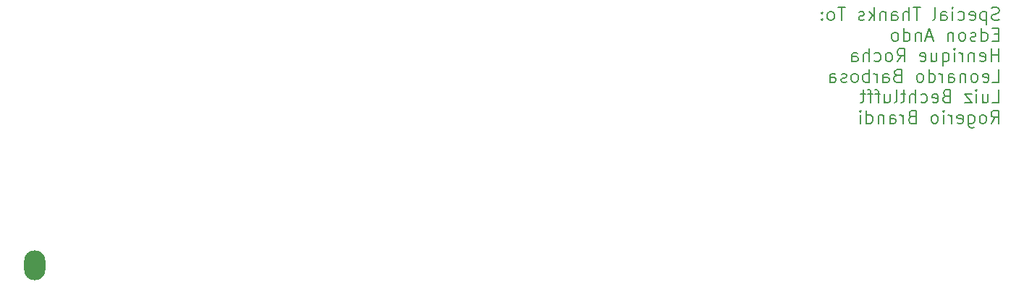
<source format=gbo>
%TF.GenerationSoftware,KiCad,Pcbnew,8.0.1*%
%TF.CreationDate,2024-03-27T19:35:34-03:00*%
%TF.ProjectId,ampsight,616d7073-6967-4687-942e-6b696361645f,rev?*%
%TF.SameCoordinates,Original*%
%TF.FileFunction,Legend,Bot*%
%TF.FilePolarity,Positive*%
%FSLAX46Y46*%
G04 Gerber Fmt 4.6, Leading zero omitted, Abs format (unit mm)*
G04 Created by KiCad (PCBNEW 8.0.1) date 2024-03-27 19:35:34*
%MOMM*%
%LPD*%
G01*
G04 APERTURE LIST*
%ADD10C,0.200000*%
%ADD11O,2.500000X3.500000*%
G04 APERTURE END LIST*
D10*
X207082707Y-67660020D02*
X206868422Y-67731448D01*
X206868422Y-67731448D02*
X206511279Y-67731448D01*
X206511279Y-67731448D02*
X206368422Y-67660020D01*
X206368422Y-67660020D02*
X206296993Y-67588591D01*
X206296993Y-67588591D02*
X206225564Y-67445734D01*
X206225564Y-67445734D02*
X206225564Y-67302877D01*
X206225564Y-67302877D02*
X206296993Y-67160020D01*
X206296993Y-67160020D02*
X206368422Y-67088591D01*
X206368422Y-67088591D02*
X206511279Y-67017162D01*
X206511279Y-67017162D02*
X206796993Y-66945734D01*
X206796993Y-66945734D02*
X206939850Y-66874305D01*
X206939850Y-66874305D02*
X207011279Y-66802877D01*
X207011279Y-66802877D02*
X207082707Y-66660020D01*
X207082707Y-66660020D02*
X207082707Y-66517162D01*
X207082707Y-66517162D02*
X207011279Y-66374305D01*
X207011279Y-66374305D02*
X206939850Y-66302877D01*
X206939850Y-66302877D02*
X206796993Y-66231448D01*
X206796993Y-66231448D02*
X206439850Y-66231448D01*
X206439850Y-66231448D02*
X206225564Y-66302877D01*
X205582708Y-66731448D02*
X205582708Y-68231448D01*
X205582708Y-66802877D02*
X205439851Y-66731448D01*
X205439851Y-66731448D02*
X205154136Y-66731448D01*
X205154136Y-66731448D02*
X205011279Y-66802877D01*
X205011279Y-66802877D02*
X204939851Y-66874305D01*
X204939851Y-66874305D02*
X204868422Y-67017162D01*
X204868422Y-67017162D02*
X204868422Y-67445734D01*
X204868422Y-67445734D02*
X204939851Y-67588591D01*
X204939851Y-67588591D02*
X205011279Y-67660020D01*
X205011279Y-67660020D02*
X205154136Y-67731448D01*
X205154136Y-67731448D02*
X205439851Y-67731448D01*
X205439851Y-67731448D02*
X205582708Y-67660020D01*
X203654136Y-67660020D02*
X203796993Y-67731448D01*
X203796993Y-67731448D02*
X204082708Y-67731448D01*
X204082708Y-67731448D02*
X204225565Y-67660020D01*
X204225565Y-67660020D02*
X204296993Y-67517162D01*
X204296993Y-67517162D02*
X204296993Y-66945734D01*
X204296993Y-66945734D02*
X204225565Y-66802877D01*
X204225565Y-66802877D02*
X204082708Y-66731448D01*
X204082708Y-66731448D02*
X203796993Y-66731448D01*
X203796993Y-66731448D02*
X203654136Y-66802877D01*
X203654136Y-66802877D02*
X203582708Y-66945734D01*
X203582708Y-66945734D02*
X203582708Y-67088591D01*
X203582708Y-67088591D02*
X204296993Y-67231448D01*
X202296994Y-67660020D02*
X202439851Y-67731448D01*
X202439851Y-67731448D02*
X202725565Y-67731448D01*
X202725565Y-67731448D02*
X202868422Y-67660020D01*
X202868422Y-67660020D02*
X202939851Y-67588591D01*
X202939851Y-67588591D02*
X203011279Y-67445734D01*
X203011279Y-67445734D02*
X203011279Y-67017162D01*
X203011279Y-67017162D02*
X202939851Y-66874305D01*
X202939851Y-66874305D02*
X202868422Y-66802877D01*
X202868422Y-66802877D02*
X202725565Y-66731448D01*
X202725565Y-66731448D02*
X202439851Y-66731448D01*
X202439851Y-66731448D02*
X202296994Y-66802877D01*
X201654137Y-67731448D02*
X201654137Y-66731448D01*
X201654137Y-66231448D02*
X201725565Y-66302877D01*
X201725565Y-66302877D02*
X201654137Y-66374305D01*
X201654137Y-66374305D02*
X201582708Y-66302877D01*
X201582708Y-66302877D02*
X201654137Y-66231448D01*
X201654137Y-66231448D02*
X201654137Y-66374305D01*
X200296994Y-67731448D02*
X200296994Y-66945734D01*
X200296994Y-66945734D02*
X200368422Y-66802877D01*
X200368422Y-66802877D02*
X200511279Y-66731448D01*
X200511279Y-66731448D02*
X200796994Y-66731448D01*
X200796994Y-66731448D02*
X200939851Y-66802877D01*
X200296994Y-67660020D02*
X200439851Y-67731448D01*
X200439851Y-67731448D02*
X200796994Y-67731448D01*
X200796994Y-67731448D02*
X200939851Y-67660020D01*
X200939851Y-67660020D02*
X201011279Y-67517162D01*
X201011279Y-67517162D02*
X201011279Y-67374305D01*
X201011279Y-67374305D02*
X200939851Y-67231448D01*
X200939851Y-67231448D02*
X200796994Y-67160020D01*
X200796994Y-67160020D02*
X200439851Y-67160020D01*
X200439851Y-67160020D02*
X200296994Y-67088591D01*
X199368422Y-67731448D02*
X199511279Y-67660020D01*
X199511279Y-67660020D02*
X199582708Y-67517162D01*
X199582708Y-67517162D02*
X199582708Y-66231448D01*
X197868422Y-66231448D02*
X197011280Y-66231448D01*
X197439851Y-67731448D02*
X197439851Y-66231448D01*
X196511280Y-67731448D02*
X196511280Y-66231448D01*
X195868423Y-67731448D02*
X195868423Y-66945734D01*
X195868423Y-66945734D02*
X195939851Y-66802877D01*
X195939851Y-66802877D02*
X196082708Y-66731448D01*
X196082708Y-66731448D02*
X196296994Y-66731448D01*
X196296994Y-66731448D02*
X196439851Y-66802877D01*
X196439851Y-66802877D02*
X196511280Y-66874305D01*
X194511280Y-67731448D02*
X194511280Y-66945734D01*
X194511280Y-66945734D02*
X194582708Y-66802877D01*
X194582708Y-66802877D02*
X194725565Y-66731448D01*
X194725565Y-66731448D02*
X195011280Y-66731448D01*
X195011280Y-66731448D02*
X195154137Y-66802877D01*
X194511280Y-67660020D02*
X194654137Y-67731448D01*
X194654137Y-67731448D02*
X195011280Y-67731448D01*
X195011280Y-67731448D02*
X195154137Y-67660020D01*
X195154137Y-67660020D02*
X195225565Y-67517162D01*
X195225565Y-67517162D02*
X195225565Y-67374305D01*
X195225565Y-67374305D02*
X195154137Y-67231448D01*
X195154137Y-67231448D02*
X195011280Y-67160020D01*
X195011280Y-67160020D02*
X194654137Y-67160020D01*
X194654137Y-67160020D02*
X194511280Y-67088591D01*
X193796994Y-66731448D02*
X193796994Y-67731448D01*
X193796994Y-66874305D02*
X193725565Y-66802877D01*
X193725565Y-66802877D02*
X193582708Y-66731448D01*
X193582708Y-66731448D02*
X193368422Y-66731448D01*
X193368422Y-66731448D02*
X193225565Y-66802877D01*
X193225565Y-66802877D02*
X193154137Y-66945734D01*
X193154137Y-66945734D02*
X193154137Y-67731448D01*
X192439851Y-67731448D02*
X192439851Y-66231448D01*
X192296994Y-67160020D02*
X191868422Y-67731448D01*
X191868422Y-66731448D02*
X192439851Y-67302877D01*
X191296993Y-67660020D02*
X191154136Y-67731448D01*
X191154136Y-67731448D02*
X190868422Y-67731448D01*
X190868422Y-67731448D02*
X190725565Y-67660020D01*
X190725565Y-67660020D02*
X190654136Y-67517162D01*
X190654136Y-67517162D02*
X190654136Y-67445734D01*
X190654136Y-67445734D02*
X190725565Y-67302877D01*
X190725565Y-67302877D02*
X190868422Y-67231448D01*
X190868422Y-67231448D02*
X191082708Y-67231448D01*
X191082708Y-67231448D02*
X191225565Y-67160020D01*
X191225565Y-67160020D02*
X191296993Y-67017162D01*
X191296993Y-67017162D02*
X191296993Y-66945734D01*
X191296993Y-66945734D02*
X191225565Y-66802877D01*
X191225565Y-66802877D02*
X191082708Y-66731448D01*
X191082708Y-66731448D02*
X190868422Y-66731448D01*
X190868422Y-66731448D02*
X190725565Y-66802877D01*
X189082707Y-66231448D02*
X188225565Y-66231448D01*
X188654136Y-67731448D02*
X188654136Y-66231448D01*
X187511279Y-67731448D02*
X187654136Y-67660020D01*
X187654136Y-67660020D02*
X187725565Y-67588591D01*
X187725565Y-67588591D02*
X187796993Y-67445734D01*
X187796993Y-67445734D02*
X187796993Y-67017162D01*
X187796993Y-67017162D02*
X187725565Y-66874305D01*
X187725565Y-66874305D02*
X187654136Y-66802877D01*
X187654136Y-66802877D02*
X187511279Y-66731448D01*
X187511279Y-66731448D02*
X187296993Y-66731448D01*
X187296993Y-66731448D02*
X187154136Y-66802877D01*
X187154136Y-66802877D02*
X187082708Y-66874305D01*
X187082708Y-66874305D02*
X187011279Y-67017162D01*
X187011279Y-67017162D02*
X187011279Y-67445734D01*
X187011279Y-67445734D02*
X187082708Y-67588591D01*
X187082708Y-67588591D02*
X187154136Y-67660020D01*
X187154136Y-67660020D02*
X187296993Y-67731448D01*
X187296993Y-67731448D02*
X187511279Y-67731448D01*
X186368422Y-67588591D02*
X186296993Y-67660020D01*
X186296993Y-67660020D02*
X186368422Y-67731448D01*
X186368422Y-67731448D02*
X186439850Y-67660020D01*
X186439850Y-67660020D02*
X186368422Y-67588591D01*
X186368422Y-67588591D02*
X186368422Y-67731448D01*
X186368422Y-66802877D02*
X186296993Y-66874305D01*
X186296993Y-66874305D02*
X186368422Y-66945734D01*
X186368422Y-66945734D02*
X186439850Y-66874305D01*
X186439850Y-66874305D02*
X186368422Y-66802877D01*
X186368422Y-66802877D02*
X186368422Y-66945734D01*
X207011279Y-69360650D02*
X206511279Y-69360650D01*
X206296993Y-70146364D02*
X207011279Y-70146364D01*
X207011279Y-70146364D02*
X207011279Y-68646364D01*
X207011279Y-68646364D02*
X206296993Y-68646364D01*
X205011279Y-70146364D02*
X205011279Y-68646364D01*
X205011279Y-70074936D02*
X205154136Y-70146364D01*
X205154136Y-70146364D02*
X205439850Y-70146364D01*
X205439850Y-70146364D02*
X205582707Y-70074936D01*
X205582707Y-70074936D02*
X205654136Y-70003507D01*
X205654136Y-70003507D02*
X205725564Y-69860650D01*
X205725564Y-69860650D02*
X205725564Y-69432078D01*
X205725564Y-69432078D02*
X205654136Y-69289221D01*
X205654136Y-69289221D02*
X205582707Y-69217793D01*
X205582707Y-69217793D02*
X205439850Y-69146364D01*
X205439850Y-69146364D02*
X205154136Y-69146364D01*
X205154136Y-69146364D02*
X205011279Y-69217793D01*
X204368421Y-70074936D02*
X204225564Y-70146364D01*
X204225564Y-70146364D02*
X203939850Y-70146364D01*
X203939850Y-70146364D02*
X203796993Y-70074936D01*
X203796993Y-70074936D02*
X203725564Y-69932078D01*
X203725564Y-69932078D02*
X203725564Y-69860650D01*
X203725564Y-69860650D02*
X203796993Y-69717793D01*
X203796993Y-69717793D02*
X203939850Y-69646364D01*
X203939850Y-69646364D02*
X204154136Y-69646364D01*
X204154136Y-69646364D02*
X204296993Y-69574936D01*
X204296993Y-69574936D02*
X204368421Y-69432078D01*
X204368421Y-69432078D02*
X204368421Y-69360650D01*
X204368421Y-69360650D02*
X204296993Y-69217793D01*
X204296993Y-69217793D02*
X204154136Y-69146364D01*
X204154136Y-69146364D02*
X203939850Y-69146364D01*
X203939850Y-69146364D02*
X203796993Y-69217793D01*
X202868421Y-70146364D02*
X203011278Y-70074936D01*
X203011278Y-70074936D02*
X203082707Y-70003507D01*
X203082707Y-70003507D02*
X203154135Y-69860650D01*
X203154135Y-69860650D02*
X203154135Y-69432078D01*
X203154135Y-69432078D02*
X203082707Y-69289221D01*
X203082707Y-69289221D02*
X203011278Y-69217793D01*
X203011278Y-69217793D02*
X202868421Y-69146364D01*
X202868421Y-69146364D02*
X202654135Y-69146364D01*
X202654135Y-69146364D02*
X202511278Y-69217793D01*
X202511278Y-69217793D02*
X202439850Y-69289221D01*
X202439850Y-69289221D02*
X202368421Y-69432078D01*
X202368421Y-69432078D02*
X202368421Y-69860650D01*
X202368421Y-69860650D02*
X202439850Y-70003507D01*
X202439850Y-70003507D02*
X202511278Y-70074936D01*
X202511278Y-70074936D02*
X202654135Y-70146364D01*
X202654135Y-70146364D02*
X202868421Y-70146364D01*
X201725564Y-69146364D02*
X201725564Y-70146364D01*
X201725564Y-69289221D02*
X201654135Y-69217793D01*
X201654135Y-69217793D02*
X201511278Y-69146364D01*
X201511278Y-69146364D02*
X201296992Y-69146364D01*
X201296992Y-69146364D02*
X201154135Y-69217793D01*
X201154135Y-69217793D02*
X201082707Y-69360650D01*
X201082707Y-69360650D02*
X201082707Y-70146364D01*
X199296992Y-69717793D02*
X198582707Y-69717793D01*
X199439849Y-70146364D02*
X198939849Y-68646364D01*
X198939849Y-68646364D02*
X198439849Y-70146364D01*
X197939850Y-69146364D02*
X197939850Y-70146364D01*
X197939850Y-69289221D02*
X197868421Y-69217793D01*
X197868421Y-69217793D02*
X197725564Y-69146364D01*
X197725564Y-69146364D02*
X197511278Y-69146364D01*
X197511278Y-69146364D02*
X197368421Y-69217793D01*
X197368421Y-69217793D02*
X197296993Y-69360650D01*
X197296993Y-69360650D02*
X197296993Y-70146364D01*
X195939850Y-70146364D02*
X195939850Y-68646364D01*
X195939850Y-70074936D02*
X196082707Y-70146364D01*
X196082707Y-70146364D02*
X196368421Y-70146364D01*
X196368421Y-70146364D02*
X196511278Y-70074936D01*
X196511278Y-70074936D02*
X196582707Y-70003507D01*
X196582707Y-70003507D02*
X196654135Y-69860650D01*
X196654135Y-69860650D02*
X196654135Y-69432078D01*
X196654135Y-69432078D02*
X196582707Y-69289221D01*
X196582707Y-69289221D02*
X196511278Y-69217793D01*
X196511278Y-69217793D02*
X196368421Y-69146364D01*
X196368421Y-69146364D02*
X196082707Y-69146364D01*
X196082707Y-69146364D02*
X195939850Y-69217793D01*
X195011278Y-70146364D02*
X195154135Y-70074936D01*
X195154135Y-70074936D02*
X195225564Y-70003507D01*
X195225564Y-70003507D02*
X195296992Y-69860650D01*
X195296992Y-69860650D02*
X195296992Y-69432078D01*
X195296992Y-69432078D02*
X195225564Y-69289221D01*
X195225564Y-69289221D02*
X195154135Y-69217793D01*
X195154135Y-69217793D02*
X195011278Y-69146364D01*
X195011278Y-69146364D02*
X194796992Y-69146364D01*
X194796992Y-69146364D02*
X194654135Y-69217793D01*
X194654135Y-69217793D02*
X194582707Y-69289221D01*
X194582707Y-69289221D02*
X194511278Y-69432078D01*
X194511278Y-69432078D02*
X194511278Y-69860650D01*
X194511278Y-69860650D02*
X194582707Y-70003507D01*
X194582707Y-70003507D02*
X194654135Y-70074936D01*
X194654135Y-70074936D02*
X194796992Y-70146364D01*
X194796992Y-70146364D02*
X195011278Y-70146364D01*
X207011279Y-72561280D02*
X207011279Y-71061280D01*
X207011279Y-71775566D02*
X206154136Y-71775566D01*
X206154136Y-72561280D02*
X206154136Y-71061280D01*
X204868421Y-72489852D02*
X205011278Y-72561280D01*
X205011278Y-72561280D02*
X205296993Y-72561280D01*
X205296993Y-72561280D02*
X205439850Y-72489852D01*
X205439850Y-72489852D02*
X205511278Y-72346994D01*
X205511278Y-72346994D02*
X205511278Y-71775566D01*
X205511278Y-71775566D02*
X205439850Y-71632709D01*
X205439850Y-71632709D02*
X205296993Y-71561280D01*
X205296993Y-71561280D02*
X205011278Y-71561280D01*
X205011278Y-71561280D02*
X204868421Y-71632709D01*
X204868421Y-71632709D02*
X204796993Y-71775566D01*
X204796993Y-71775566D02*
X204796993Y-71918423D01*
X204796993Y-71918423D02*
X205511278Y-72061280D01*
X204154136Y-71561280D02*
X204154136Y-72561280D01*
X204154136Y-71704137D02*
X204082707Y-71632709D01*
X204082707Y-71632709D02*
X203939850Y-71561280D01*
X203939850Y-71561280D02*
X203725564Y-71561280D01*
X203725564Y-71561280D02*
X203582707Y-71632709D01*
X203582707Y-71632709D02*
X203511279Y-71775566D01*
X203511279Y-71775566D02*
X203511279Y-72561280D01*
X202796993Y-72561280D02*
X202796993Y-71561280D01*
X202796993Y-71846994D02*
X202725564Y-71704137D01*
X202725564Y-71704137D02*
X202654136Y-71632709D01*
X202654136Y-71632709D02*
X202511278Y-71561280D01*
X202511278Y-71561280D02*
X202368421Y-71561280D01*
X201868422Y-72561280D02*
X201868422Y-71561280D01*
X201868422Y-71061280D02*
X201939850Y-71132709D01*
X201939850Y-71132709D02*
X201868422Y-71204137D01*
X201868422Y-71204137D02*
X201796993Y-71132709D01*
X201796993Y-71132709D02*
X201868422Y-71061280D01*
X201868422Y-71061280D02*
X201868422Y-71204137D01*
X200511279Y-71561280D02*
X200511279Y-73061280D01*
X200511279Y-72489852D02*
X200654136Y-72561280D01*
X200654136Y-72561280D02*
X200939850Y-72561280D01*
X200939850Y-72561280D02*
X201082707Y-72489852D01*
X201082707Y-72489852D02*
X201154136Y-72418423D01*
X201154136Y-72418423D02*
X201225564Y-72275566D01*
X201225564Y-72275566D02*
X201225564Y-71846994D01*
X201225564Y-71846994D02*
X201154136Y-71704137D01*
X201154136Y-71704137D02*
X201082707Y-71632709D01*
X201082707Y-71632709D02*
X200939850Y-71561280D01*
X200939850Y-71561280D02*
X200654136Y-71561280D01*
X200654136Y-71561280D02*
X200511279Y-71632709D01*
X199154136Y-71561280D02*
X199154136Y-72561280D01*
X199796993Y-71561280D02*
X199796993Y-72346994D01*
X199796993Y-72346994D02*
X199725564Y-72489852D01*
X199725564Y-72489852D02*
X199582707Y-72561280D01*
X199582707Y-72561280D02*
X199368421Y-72561280D01*
X199368421Y-72561280D02*
X199225564Y-72489852D01*
X199225564Y-72489852D02*
X199154136Y-72418423D01*
X197868421Y-72489852D02*
X198011278Y-72561280D01*
X198011278Y-72561280D02*
X198296993Y-72561280D01*
X198296993Y-72561280D02*
X198439850Y-72489852D01*
X198439850Y-72489852D02*
X198511278Y-72346994D01*
X198511278Y-72346994D02*
X198511278Y-71775566D01*
X198511278Y-71775566D02*
X198439850Y-71632709D01*
X198439850Y-71632709D02*
X198296993Y-71561280D01*
X198296993Y-71561280D02*
X198011278Y-71561280D01*
X198011278Y-71561280D02*
X197868421Y-71632709D01*
X197868421Y-71632709D02*
X197796993Y-71775566D01*
X197796993Y-71775566D02*
X197796993Y-71918423D01*
X197796993Y-71918423D02*
X198511278Y-72061280D01*
X195154136Y-72561280D02*
X195654136Y-71846994D01*
X196011279Y-72561280D02*
X196011279Y-71061280D01*
X196011279Y-71061280D02*
X195439850Y-71061280D01*
X195439850Y-71061280D02*
X195296993Y-71132709D01*
X195296993Y-71132709D02*
X195225564Y-71204137D01*
X195225564Y-71204137D02*
X195154136Y-71346994D01*
X195154136Y-71346994D02*
X195154136Y-71561280D01*
X195154136Y-71561280D02*
X195225564Y-71704137D01*
X195225564Y-71704137D02*
X195296993Y-71775566D01*
X195296993Y-71775566D02*
X195439850Y-71846994D01*
X195439850Y-71846994D02*
X196011279Y-71846994D01*
X194296993Y-72561280D02*
X194439850Y-72489852D01*
X194439850Y-72489852D02*
X194511279Y-72418423D01*
X194511279Y-72418423D02*
X194582707Y-72275566D01*
X194582707Y-72275566D02*
X194582707Y-71846994D01*
X194582707Y-71846994D02*
X194511279Y-71704137D01*
X194511279Y-71704137D02*
X194439850Y-71632709D01*
X194439850Y-71632709D02*
X194296993Y-71561280D01*
X194296993Y-71561280D02*
X194082707Y-71561280D01*
X194082707Y-71561280D02*
X193939850Y-71632709D01*
X193939850Y-71632709D02*
X193868422Y-71704137D01*
X193868422Y-71704137D02*
X193796993Y-71846994D01*
X193796993Y-71846994D02*
X193796993Y-72275566D01*
X193796993Y-72275566D02*
X193868422Y-72418423D01*
X193868422Y-72418423D02*
X193939850Y-72489852D01*
X193939850Y-72489852D02*
X194082707Y-72561280D01*
X194082707Y-72561280D02*
X194296993Y-72561280D01*
X192511279Y-72489852D02*
X192654136Y-72561280D01*
X192654136Y-72561280D02*
X192939850Y-72561280D01*
X192939850Y-72561280D02*
X193082707Y-72489852D01*
X193082707Y-72489852D02*
X193154136Y-72418423D01*
X193154136Y-72418423D02*
X193225564Y-72275566D01*
X193225564Y-72275566D02*
X193225564Y-71846994D01*
X193225564Y-71846994D02*
X193154136Y-71704137D01*
X193154136Y-71704137D02*
X193082707Y-71632709D01*
X193082707Y-71632709D02*
X192939850Y-71561280D01*
X192939850Y-71561280D02*
X192654136Y-71561280D01*
X192654136Y-71561280D02*
X192511279Y-71632709D01*
X191868422Y-72561280D02*
X191868422Y-71061280D01*
X191225565Y-72561280D02*
X191225565Y-71775566D01*
X191225565Y-71775566D02*
X191296993Y-71632709D01*
X191296993Y-71632709D02*
X191439850Y-71561280D01*
X191439850Y-71561280D02*
X191654136Y-71561280D01*
X191654136Y-71561280D02*
X191796993Y-71632709D01*
X191796993Y-71632709D02*
X191868422Y-71704137D01*
X189868422Y-72561280D02*
X189868422Y-71775566D01*
X189868422Y-71775566D02*
X189939850Y-71632709D01*
X189939850Y-71632709D02*
X190082707Y-71561280D01*
X190082707Y-71561280D02*
X190368422Y-71561280D01*
X190368422Y-71561280D02*
X190511279Y-71632709D01*
X189868422Y-72489852D02*
X190011279Y-72561280D01*
X190011279Y-72561280D02*
X190368422Y-72561280D01*
X190368422Y-72561280D02*
X190511279Y-72489852D01*
X190511279Y-72489852D02*
X190582707Y-72346994D01*
X190582707Y-72346994D02*
X190582707Y-72204137D01*
X190582707Y-72204137D02*
X190511279Y-72061280D01*
X190511279Y-72061280D02*
X190368422Y-71989852D01*
X190368422Y-71989852D02*
X190011279Y-71989852D01*
X190011279Y-71989852D02*
X189868422Y-71918423D01*
X206296993Y-74976196D02*
X207011279Y-74976196D01*
X207011279Y-74976196D02*
X207011279Y-73476196D01*
X205225564Y-74904768D02*
X205368421Y-74976196D01*
X205368421Y-74976196D02*
X205654136Y-74976196D01*
X205654136Y-74976196D02*
X205796993Y-74904768D01*
X205796993Y-74904768D02*
X205868421Y-74761910D01*
X205868421Y-74761910D02*
X205868421Y-74190482D01*
X205868421Y-74190482D02*
X205796993Y-74047625D01*
X205796993Y-74047625D02*
X205654136Y-73976196D01*
X205654136Y-73976196D02*
X205368421Y-73976196D01*
X205368421Y-73976196D02*
X205225564Y-74047625D01*
X205225564Y-74047625D02*
X205154136Y-74190482D01*
X205154136Y-74190482D02*
X205154136Y-74333339D01*
X205154136Y-74333339D02*
X205868421Y-74476196D01*
X204296993Y-74976196D02*
X204439850Y-74904768D01*
X204439850Y-74904768D02*
X204511279Y-74833339D01*
X204511279Y-74833339D02*
X204582707Y-74690482D01*
X204582707Y-74690482D02*
X204582707Y-74261910D01*
X204582707Y-74261910D02*
X204511279Y-74119053D01*
X204511279Y-74119053D02*
X204439850Y-74047625D01*
X204439850Y-74047625D02*
X204296993Y-73976196D01*
X204296993Y-73976196D02*
X204082707Y-73976196D01*
X204082707Y-73976196D02*
X203939850Y-74047625D01*
X203939850Y-74047625D02*
X203868422Y-74119053D01*
X203868422Y-74119053D02*
X203796993Y-74261910D01*
X203796993Y-74261910D02*
X203796993Y-74690482D01*
X203796993Y-74690482D02*
X203868422Y-74833339D01*
X203868422Y-74833339D02*
X203939850Y-74904768D01*
X203939850Y-74904768D02*
X204082707Y-74976196D01*
X204082707Y-74976196D02*
X204296993Y-74976196D01*
X203154136Y-73976196D02*
X203154136Y-74976196D01*
X203154136Y-74119053D02*
X203082707Y-74047625D01*
X203082707Y-74047625D02*
X202939850Y-73976196D01*
X202939850Y-73976196D02*
X202725564Y-73976196D01*
X202725564Y-73976196D02*
X202582707Y-74047625D01*
X202582707Y-74047625D02*
X202511279Y-74190482D01*
X202511279Y-74190482D02*
X202511279Y-74976196D01*
X201154136Y-74976196D02*
X201154136Y-74190482D01*
X201154136Y-74190482D02*
X201225564Y-74047625D01*
X201225564Y-74047625D02*
X201368421Y-73976196D01*
X201368421Y-73976196D02*
X201654136Y-73976196D01*
X201654136Y-73976196D02*
X201796993Y-74047625D01*
X201154136Y-74904768D02*
X201296993Y-74976196D01*
X201296993Y-74976196D02*
X201654136Y-74976196D01*
X201654136Y-74976196D02*
X201796993Y-74904768D01*
X201796993Y-74904768D02*
X201868421Y-74761910D01*
X201868421Y-74761910D02*
X201868421Y-74619053D01*
X201868421Y-74619053D02*
X201796993Y-74476196D01*
X201796993Y-74476196D02*
X201654136Y-74404768D01*
X201654136Y-74404768D02*
X201296993Y-74404768D01*
X201296993Y-74404768D02*
X201154136Y-74333339D01*
X200439850Y-74976196D02*
X200439850Y-73976196D01*
X200439850Y-74261910D02*
X200368421Y-74119053D01*
X200368421Y-74119053D02*
X200296993Y-74047625D01*
X200296993Y-74047625D02*
X200154135Y-73976196D01*
X200154135Y-73976196D02*
X200011278Y-73976196D01*
X198868422Y-74976196D02*
X198868422Y-73476196D01*
X198868422Y-74904768D02*
X199011279Y-74976196D01*
X199011279Y-74976196D02*
X199296993Y-74976196D01*
X199296993Y-74976196D02*
X199439850Y-74904768D01*
X199439850Y-74904768D02*
X199511279Y-74833339D01*
X199511279Y-74833339D02*
X199582707Y-74690482D01*
X199582707Y-74690482D02*
X199582707Y-74261910D01*
X199582707Y-74261910D02*
X199511279Y-74119053D01*
X199511279Y-74119053D02*
X199439850Y-74047625D01*
X199439850Y-74047625D02*
X199296993Y-73976196D01*
X199296993Y-73976196D02*
X199011279Y-73976196D01*
X199011279Y-73976196D02*
X198868422Y-74047625D01*
X197939850Y-74976196D02*
X198082707Y-74904768D01*
X198082707Y-74904768D02*
X198154136Y-74833339D01*
X198154136Y-74833339D02*
X198225564Y-74690482D01*
X198225564Y-74690482D02*
X198225564Y-74261910D01*
X198225564Y-74261910D02*
X198154136Y-74119053D01*
X198154136Y-74119053D02*
X198082707Y-74047625D01*
X198082707Y-74047625D02*
X197939850Y-73976196D01*
X197939850Y-73976196D02*
X197725564Y-73976196D01*
X197725564Y-73976196D02*
X197582707Y-74047625D01*
X197582707Y-74047625D02*
X197511279Y-74119053D01*
X197511279Y-74119053D02*
X197439850Y-74261910D01*
X197439850Y-74261910D02*
X197439850Y-74690482D01*
X197439850Y-74690482D02*
X197511279Y-74833339D01*
X197511279Y-74833339D02*
X197582707Y-74904768D01*
X197582707Y-74904768D02*
X197725564Y-74976196D01*
X197725564Y-74976196D02*
X197939850Y-74976196D01*
X195154136Y-74190482D02*
X194939850Y-74261910D01*
X194939850Y-74261910D02*
X194868421Y-74333339D01*
X194868421Y-74333339D02*
X194796993Y-74476196D01*
X194796993Y-74476196D02*
X194796993Y-74690482D01*
X194796993Y-74690482D02*
X194868421Y-74833339D01*
X194868421Y-74833339D02*
X194939850Y-74904768D01*
X194939850Y-74904768D02*
X195082707Y-74976196D01*
X195082707Y-74976196D02*
X195654136Y-74976196D01*
X195654136Y-74976196D02*
X195654136Y-73476196D01*
X195654136Y-73476196D02*
X195154136Y-73476196D01*
X195154136Y-73476196D02*
X195011279Y-73547625D01*
X195011279Y-73547625D02*
X194939850Y-73619053D01*
X194939850Y-73619053D02*
X194868421Y-73761910D01*
X194868421Y-73761910D02*
X194868421Y-73904768D01*
X194868421Y-73904768D02*
X194939850Y-74047625D01*
X194939850Y-74047625D02*
X195011279Y-74119053D01*
X195011279Y-74119053D02*
X195154136Y-74190482D01*
X195154136Y-74190482D02*
X195654136Y-74190482D01*
X193511279Y-74976196D02*
X193511279Y-74190482D01*
X193511279Y-74190482D02*
X193582707Y-74047625D01*
X193582707Y-74047625D02*
X193725564Y-73976196D01*
X193725564Y-73976196D02*
X194011279Y-73976196D01*
X194011279Y-73976196D02*
X194154136Y-74047625D01*
X193511279Y-74904768D02*
X193654136Y-74976196D01*
X193654136Y-74976196D02*
X194011279Y-74976196D01*
X194011279Y-74976196D02*
X194154136Y-74904768D01*
X194154136Y-74904768D02*
X194225564Y-74761910D01*
X194225564Y-74761910D02*
X194225564Y-74619053D01*
X194225564Y-74619053D02*
X194154136Y-74476196D01*
X194154136Y-74476196D02*
X194011279Y-74404768D01*
X194011279Y-74404768D02*
X193654136Y-74404768D01*
X193654136Y-74404768D02*
X193511279Y-74333339D01*
X192796993Y-74976196D02*
X192796993Y-73976196D01*
X192796993Y-74261910D02*
X192725564Y-74119053D01*
X192725564Y-74119053D02*
X192654136Y-74047625D01*
X192654136Y-74047625D02*
X192511278Y-73976196D01*
X192511278Y-73976196D02*
X192368421Y-73976196D01*
X191868422Y-74976196D02*
X191868422Y-73476196D01*
X191868422Y-74047625D02*
X191725565Y-73976196D01*
X191725565Y-73976196D02*
X191439850Y-73976196D01*
X191439850Y-73976196D02*
X191296993Y-74047625D01*
X191296993Y-74047625D02*
X191225565Y-74119053D01*
X191225565Y-74119053D02*
X191154136Y-74261910D01*
X191154136Y-74261910D02*
X191154136Y-74690482D01*
X191154136Y-74690482D02*
X191225565Y-74833339D01*
X191225565Y-74833339D02*
X191296993Y-74904768D01*
X191296993Y-74904768D02*
X191439850Y-74976196D01*
X191439850Y-74976196D02*
X191725565Y-74976196D01*
X191725565Y-74976196D02*
X191868422Y-74904768D01*
X190296993Y-74976196D02*
X190439850Y-74904768D01*
X190439850Y-74904768D02*
X190511279Y-74833339D01*
X190511279Y-74833339D02*
X190582707Y-74690482D01*
X190582707Y-74690482D02*
X190582707Y-74261910D01*
X190582707Y-74261910D02*
X190511279Y-74119053D01*
X190511279Y-74119053D02*
X190439850Y-74047625D01*
X190439850Y-74047625D02*
X190296993Y-73976196D01*
X190296993Y-73976196D02*
X190082707Y-73976196D01*
X190082707Y-73976196D02*
X189939850Y-74047625D01*
X189939850Y-74047625D02*
X189868422Y-74119053D01*
X189868422Y-74119053D02*
X189796993Y-74261910D01*
X189796993Y-74261910D02*
X189796993Y-74690482D01*
X189796993Y-74690482D02*
X189868422Y-74833339D01*
X189868422Y-74833339D02*
X189939850Y-74904768D01*
X189939850Y-74904768D02*
X190082707Y-74976196D01*
X190082707Y-74976196D02*
X190296993Y-74976196D01*
X189225564Y-74904768D02*
X189082707Y-74976196D01*
X189082707Y-74976196D02*
X188796993Y-74976196D01*
X188796993Y-74976196D02*
X188654136Y-74904768D01*
X188654136Y-74904768D02*
X188582707Y-74761910D01*
X188582707Y-74761910D02*
X188582707Y-74690482D01*
X188582707Y-74690482D02*
X188654136Y-74547625D01*
X188654136Y-74547625D02*
X188796993Y-74476196D01*
X188796993Y-74476196D02*
X189011279Y-74476196D01*
X189011279Y-74476196D02*
X189154136Y-74404768D01*
X189154136Y-74404768D02*
X189225564Y-74261910D01*
X189225564Y-74261910D02*
X189225564Y-74190482D01*
X189225564Y-74190482D02*
X189154136Y-74047625D01*
X189154136Y-74047625D02*
X189011279Y-73976196D01*
X189011279Y-73976196D02*
X188796993Y-73976196D01*
X188796993Y-73976196D02*
X188654136Y-74047625D01*
X187296993Y-74976196D02*
X187296993Y-74190482D01*
X187296993Y-74190482D02*
X187368421Y-74047625D01*
X187368421Y-74047625D02*
X187511278Y-73976196D01*
X187511278Y-73976196D02*
X187796993Y-73976196D01*
X187796993Y-73976196D02*
X187939850Y-74047625D01*
X187296993Y-74904768D02*
X187439850Y-74976196D01*
X187439850Y-74976196D02*
X187796993Y-74976196D01*
X187796993Y-74976196D02*
X187939850Y-74904768D01*
X187939850Y-74904768D02*
X188011278Y-74761910D01*
X188011278Y-74761910D02*
X188011278Y-74619053D01*
X188011278Y-74619053D02*
X187939850Y-74476196D01*
X187939850Y-74476196D02*
X187796993Y-74404768D01*
X187796993Y-74404768D02*
X187439850Y-74404768D01*
X187439850Y-74404768D02*
X187296993Y-74333339D01*
X206296993Y-77391112D02*
X207011279Y-77391112D01*
X207011279Y-77391112D02*
X207011279Y-75891112D01*
X205154136Y-76391112D02*
X205154136Y-77391112D01*
X205796993Y-76391112D02*
X205796993Y-77176826D01*
X205796993Y-77176826D02*
X205725564Y-77319684D01*
X205725564Y-77319684D02*
X205582707Y-77391112D01*
X205582707Y-77391112D02*
X205368421Y-77391112D01*
X205368421Y-77391112D02*
X205225564Y-77319684D01*
X205225564Y-77319684D02*
X205154136Y-77248255D01*
X204439850Y-77391112D02*
X204439850Y-76391112D01*
X204439850Y-75891112D02*
X204511278Y-75962541D01*
X204511278Y-75962541D02*
X204439850Y-76033969D01*
X204439850Y-76033969D02*
X204368421Y-75962541D01*
X204368421Y-75962541D02*
X204439850Y-75891112D01*
X204439850Y-75891112D02*
X204439850Y-76033969D01*
X203868421Y-76391112D02*
X203082707Y-76391112D01*
X203082707Y-76391112D02*
X203868421Y-77391112D01*
X203868421Y-77391112D02*
X203082707Y-77391112D01*
X200868421Y-76605398D02*
X200654135Y-76676826D01*
X200654135Y-76676826D02*
X200582706Y-76748255D01*
X200582706Y-76748255D02*
X200511278Y-76891112D01*
X200511278Y-76891112D02*
X200511278Y-77105398D01*
X200511278Y-77105398D02*
X200582706Y-77248255D01*
X200582706Y-77248255D02*
X200654135Y-77319684D01*
X200654135Y-77319684D02*
X200796992Y-77391112D01*
X200796992Y-77391112D02*
X201368421Y-77391112D01*
X201368421Y-77391112D02*
X201368421Y-75891112D01*
X201368421Y-75891112D02*
X200868421Y-75891112D01*
X200868421Y-75891112D02*
X200725564Y-75962541D01*
X200725564Y-75962541D02*
X200654135Y-76033969D01*
X200654135Y-76033969D02*
X200582706Y-76176826D01*
X200582706Y-76176826D02*
X200582706Y-76319684D01*
X200582706Y-76319684D02*
X200654135Y-76462541D01*
X200654135Y-76462541D02*
X200725564Y-76533969D01*
X200725564Y-76533969D02*
X200868421Y-76605398D01*
X200868421Y-76605398D02*
X201368421Y-76605398D01*
X199296992Y-77319684D02*
X199439849Y-77391112D01*
X199439849Y-77391112D02*
X199725564Y-77391112D01*
X199725564Y-77391112D02*
X199868421Y-77319684D01*
X199868421Y-77319684D02*
X199939849Y-77176826D01*
X199939849Y-77176826D02*
X199939849Y-76605398D01*
X199939849Y-76605398D02*
X199868421Y-76462541D01*
X199868421Y-76462541D02*
X199725564Y-76391112D01*
X199725564Y-76391112D02*
X199439849Y-76391112D01*
X199439849Y-76391112D02*
X199296992Y-76462541D01*
X199296992Y-76462541D02*
X199225564Y-76605398D01*
X199225564Y-76605398D02*
X199225564Y-76748255D01*
X199225564Y-76748255D02*
X199939849Y-76891112D01*
X197939850Y-77319684D02*
X198082707Y-77391112D01*
X198082707Y-77391112D02*
X198368421Y-77391112D01*
X198368421Y-77391112D02*
X198511278Y-77319684D01*
X198511278Y-77319684D02*
X198582707Y-77248255D01*
X198582707Y-77248255D02*
X198654135Y-77105398D01*
X198654135Y-77105398D02*
X198654135Y-76676826D01*
X198654135Y-76676826D02*
X198582707Y-76533969D01*
X198582707Y-76533969D02*
X198511278Y-76462541D01*
X198511278Y-76462541D02*
X198368421Y-76391112D01*
X198368421Y-76391112D02*
X198082707Y-76391112D01*
X198082707Y-76391112D02*
X197939850Y-76462541D01*
X197296993Y-77391112D02*
X197296993Y-75891112D01*
X196654136Y-77391112D02*
X196654136Y-76605398D01*
X196654136Y-76605398D02*
X196725564Y-76462541D01*
X196725564Y-76462541D02*
X196868421Y-76391112D01*
X196868421Y-76391112D02*
X197082707Y-76391112D01*
X197082707Y-76391112D02*
X197225564Y-76462541D01*
X197225564Y-76462541D02*
X197296993Y-76533969D01*
X196154135Y-76391112D02*
X195582707Y-76391112D01*
X195939850Y-75891112D02*
X195939850Y-77176826D01*
X195939850Y-77176826D02*
X195868421Y-77319684D01*
X195868421Y-77319684D02*
X195725564Y-77391112D01*
X195725564Y-77391112D02*
X195582707Y-77391112D01*
X194868421Y-77391112D02*
X195011278Y-77319684D01*
X195011278Y-77319684D02*
X195082707Y-77176826D01*
X195082707Y-77176826D02*
X195082707Y-75891112D01*
X193654136Y-76391112D02*
X193654136Y-77391112D01*
X194296993Y-76391112D02*
X194296993Y-77176826D01*
X194296993Y-77176826D02*
X194225564Y-77319684D01*
X194225564Y-77319684D02*
X194082707Y-77391112D01*
X194082707Y-77391112D02*
X193868421Y-77391112D01*
X193868421Y-77391112D02*
X193725564Y-77319684D01*
X193725564Y-77319684D02*
X193654136Y-77248255D01*
X193154135Y-76391112D02*
X192582707Y-76391112D01*
X192939850Y-77391112D02*
X192939850Y-76105398D01*
X192939850Y-76105398D02*
X192868421Y-75962541D01*
X192868421Y-75962541D02*
X192725564Y-75891112D01*
X192725564Y-75891112D02*
X192582707Y-75891112D01*
X192296992Y-76391112D02*
X191725564Y-76391112D01*
X192082707Y-77391112D02*
X192082707Y-76105398D01*
X192082707Y-76105398D02*
X192011278Y-75962541D01*
X192011278Y-75962541D02*
X191868421Y-75891112D01*
X191868421Y-75891112D02*
X191725564Y-75891112D01*
X191439849Y-76391112D02*
X190868421Y-76391112D01*
X191225564Y-75891112D02*
X191225564Y-77176826D01*
X191225564Y-77176826D02*
X191154135Y-77319684D01*
X191154135Y-77319684D02*
X191011278Y-77391112D01*
X191011278Y-77391112D02*
X190868421Y-77391112D01*
X206154136Y-79806028D02*
X206654136Y-79091742D01*
X207011279Y-79806028D02*
X207011279Y-78306028D01*
X207011279Y-78306028D02*
X206439850Y-78306028D01*
X206439850Y-78306028D02*
X206296993Y-78377457D01*
X206296993Y-78377457D02*
X206225564Y-78448885D01*
X206225564Y-78448885D02*
X206154136Y-78591742D01*
X206154136Y-78591742D02*
X206154136Y-78806028D01*
X206154136Y-78806028D02*
X206225564Y-78948885D01*
X206225564Y-78948885D02*
X206296993Y-79020314D01*
X206296993Y-79020314D02*
X206439850Y-79091742D01*
X206439850Y-79091742D02*
X207011279Y-79091742D01*
X205296993Y-79806028D02*
X205439850Y-79734600D01*
X205439850Y-79734600D02*
X205511279Y-79663171D01*
X205511279Y-79663171D02*
X205582707Y-79520314D01*
X205582707Y-79520314D02*
X205582707Y-79091742D01*
X205582707Y-79091742D02*
X205511279Y-78948885D01*
X205511279Y-78948885D02*
X205439850Y-78877457D01*
X205439850Y-78877457D02*
X205296993Y-78806028D01*
X205296993Y-78806028D02*
X205082707Y-78806028D01*
X205082707Y-78806028D02*
X204939850Y-78877457D01*
X204939850Y-78877457D02*
X204868422Y-78948885D01*
X204868422Y-78948885D02*
X204796993Y-79091742D01*
X204796993Y-79091742D02*
X204796993Y-79520314D01*
X204796993Y-79520314D02*
X204868422Y-79663171D01*
X204868422Y-79663171D02*
X204939850Y-79734600D01*
X204939850Y-79734600D02*
X205082707Y-79806028D01*
X205082707Y-79806028D02*
X205296993Y-79806028D01*
X203511279Y-78806028D02*
X203511279Y-80020314D01*
X203511279Y-80020314D02*
X203582707Y-80163171D01*
X203582707Y-80163171D02*
X203654136Y-80234600D01*
X203654136Y-80234600D02*
X203796993Y-80306028D01*
X203796993Y-80306028D02*
X204011279Y-80306028D01*
X204011279Y-80306028D02*
X204154136Y-80234600D01*
X203511279Y-79734600D02*
X203654136Y-79806028D01*
X203654136Y-79806028D02*
X203939850Y-79806028D01*
X203939850Y-79806028D02*
X204082707Y-79734600D01*
X204082707Y-79734600D02*
X204154136Y-79663171D01*
X204154136Y-79663171D02*
X204225564Y-79520314D01*
X204225564Y-79520314D02*
X204225564Y-79091742D01*
X204225564Y-79091742D02*
X204154136Y-78948885D01*
X204154136Y-78948885D02*
X204082707Y-78877457D01*
X204082707Y-78877457D02*
X203939850Y-78806028D01*
X203939850Y-78806028D02*
X203654136Y-78806028D01*
X203654136Y-78806028D02*
X203511279Y-78877457D01*
X202225564Y-79734600D02*
X202368421Y-79806028D01*
X202368421Y-79806028D02*
X202654136Y-79806028D01*
X202654136Y-79806028D02*
X202796993Y-79734600D01*
X202796993Y-79734600D02*
X202868421Y-79591742D01*
X202868421Y-79591742D02*
X202868421Y-79020314D01*
X202868421Y-79020314D02*
X202796993Y-78877457D01*
X202796993Y-78877457D02*
X202654136Y-78806028D01*
X202654136Y-78806028D02*
X202368421Y-78806028D01*
X202368421Y-78806028D02*
X202225564Y-78877457D01*
X202225564Y-78877457D02*
X202154136Y-79020314D01*
X202154136Y-79020314D02*
X202154136Y-79163171D01*
X202154136Y-79163171D02*
X202868421Y-79306028D01*
X201511279Y-79806028D02*
X201511279Y-78806028D01*
X201511279Y-79091742D02*
X201439850Y-78948885D01*
X201439850Y-78948885D02*
X201368422Y-78877457D01*
X201368422Y-78877457D02*
X201225564Y-78806028D01*
X201225564Y-78806028D02*
X201082707Y-78806028D01*
X200582708Y-79806028D02*
X200582708Y-78806028D01*
X200582708Y-78306028D02*
X200654136Y-78377457D01*
X200654136Y-78377457D02*
X200582708Y-78448885D01*
X200582708Y-78448885D02*
X200511279Y-78377457D01*
X200511279Y-78377457D02*
X200582708Y-78306028D01*
X200582708Y-78306028D02*
X200582708Y-78448885D01*
X199654136Y-79806028D02*
X199796993Y-79734600D01*
X199796993Y-79734600D02*
X199868422Y-79663171D01*
X199868422Y-79663171D02*
X199939850Y-79520314D01*
X199939850Y-79520314D02*
X199939850Y-79091742D01*
X199939850Y-79091742D02*
X199868422Y-78948885D01*
X199868422Y-78948885D02*
X199796993Y-78877457D01*
X199796993Y-78877457D02*
X199654136Y-78806028D01*
X199654136Y-78806028D02*
X199439850Y-78806028D01*
X199439850Y-78806028D02*
X199296993Y-78877457D01*
X199296993Y-78877457D02*
X199225565Y-78948885D01*
X199225565Y-78948885D02*
X199154136Y-79091742D01*
X199154136Y-79091742D02*
X199154136Y-79520314D01*
X199154136Y-79520314D02*
X199225565Y-79663171D01*
X199225565Y-79663171D02*
X199296993Y-79734600D01*
X199296993Y-79734600D02*
X199439850Y-79806028D01*
X199439850Y-79806028D02*
X199654136Y-79806028D01*
X196868422Y-79020314D02*
X196654136Y-79091742D01*
X196654136Y-79091742D02*
X196582707Y-79163171D01*
X196582707Y-79163171D02*
X196511279Y-79306028D01*
X196511279Y-79306028D02*
X196511279Y-79520314D01*
X196511279Y-79520314D02*
X196582707Y-79663171D01*
X196582707Y-79663171D02*
X196654136Y-79734600D01*
X196654136Y-79734600D02*
X196796993Y-79806028D01*
X196796993Y-79806028D02*
X197368422Y-79806028D01*
X197368422Y-79806028D02*
X197368422Y-78306028D01*
X197368422Y-78306028D02*
X196868422Y-78306028D01*
X196868422Y-78306028D02*
X196725565Y-78377457D01*
X196725565Y-78377457D02*
X196654136Y-78448885D01*
X196654136Y-78448885D02*
X196582707Y-78591742D01*
X196582707Y-78591742D02*
X196582707Y-78734600D01*
X196582707Y-78734600D02*
X196654136Y-78877457D01*
X196654136Y-78877457D02*
X196725565Y-78948885D01*
X196725565Y-78948885D02*
X196868422Y-79020314D01*
X196868422Y-79020314D02*
X197368422Y-79020314D01*
X195868422Y-79806028D02*
X195868422Y-78806028D01*
X195868422Y-79091742D02*
X195796993Y-78948885D01*
X195796993Y-78948885D02*
X195725565Y-78877457D01*
X195725565Y-78877457D02*
X195582707Y-78806028D01*
X195582707Y-78806028D02*
X195439850Y-78806028D01*
X194296994Y-79806028D02*
X194296994Y-79020314D01*
X194296994Y-79020314D02*
X194368422Y-78877457D01*
X194368422Y-78877457D02*
X194511279Y-78806028D01*
X194511279Y-78806028D02*
X194796994Y-78806028D01*
X194796994Y-78806028D02*
X194939851Y-78877457D01*
X194296994Y-79734600D02*
X194439851Y-79806028D01*
X194439851Y-79806028D02*
X194796994Y-79806028D01*
X194796994Y-79806028D02*
X194939851Y-79734600D01*
X194939851Y-79734600D02*
X195011279Y-79591742D01*
X195011279Y-79591742D02*
X195011279Y-79448885D01*
X195011279Y-79448885D02*
X194939851Y-79306028D01*
X194939851Y-79306028D02*
X194796994Y-79234600D01*
X194796994Y-79234600D02*
X194439851Y-79234600D01*
X194439851Y-79234600D02*
X194296994Y-79163171D01*
X193582708Y-78806028D02*
X193582708Y-79806028D01*
X193582708Y-78948885D02*
X193511279Y-78877457D01*
X193511279Y-78877457D02*
X193368422Y-78806028D01*
X193368422Y-78806028D02*
X193154136Y-78806028D01*
X193154136Y-78806028D02*
X193011279Y-78877457D01*
X193011279Y-78877457D02*
X192939851Y-79020314D01*
X192939851Y-79020314D02*
X192939851Y-79806028D01*
X191582708Y-79806028D02*
X191582708Y-78306028D01*
X191582708Y-79734600D02*
X191725565Y-79806028D01*
X191725565Y-79806028D02*
X192011279Y-79806028D01*
X192011279Y-79806028D02*
X192154136Y-79734600D01*
X192154136Y-79734600D02*
X192225565Y-79663171D01*
X192225565Y-79663171D02*
X192296993Y-79520314D01*
X192296993Y-79520314D02*
X192296993Y-79091742D01*
X192296993Y-79091742D02*
X192225565Y-78948885D01*
X192225565Y-78948885D02*
X192154136Y-78877457D01*
X192154136Y-78877457D02*
X192011279Y-78806028D01*
X192011279Y-78806028D02*
X191725565Y-78806028D01*
X191725565Y-78806028D02*
X191582708Y-78877457D01*
X190868422Y-79806028D02*
X190868422Y-78806028D01*
X190868422Y-78306028D02*
X190939850Y-78377457D01*
X190939850Y-78377457D02*
X190868422Y-78448885D01*
X190868422Y-78448885D02*
X190796993Y-78377457D01*
X190796993Y-78377457D02*
X190868422Y-78306028D01*
X190868422Y-78306028D02*
X190868422Y-78448885D01*
D11*
%TO.C,SW2*%
X94300000Y-96420000D03*
%TD*%
M02*

</source>
